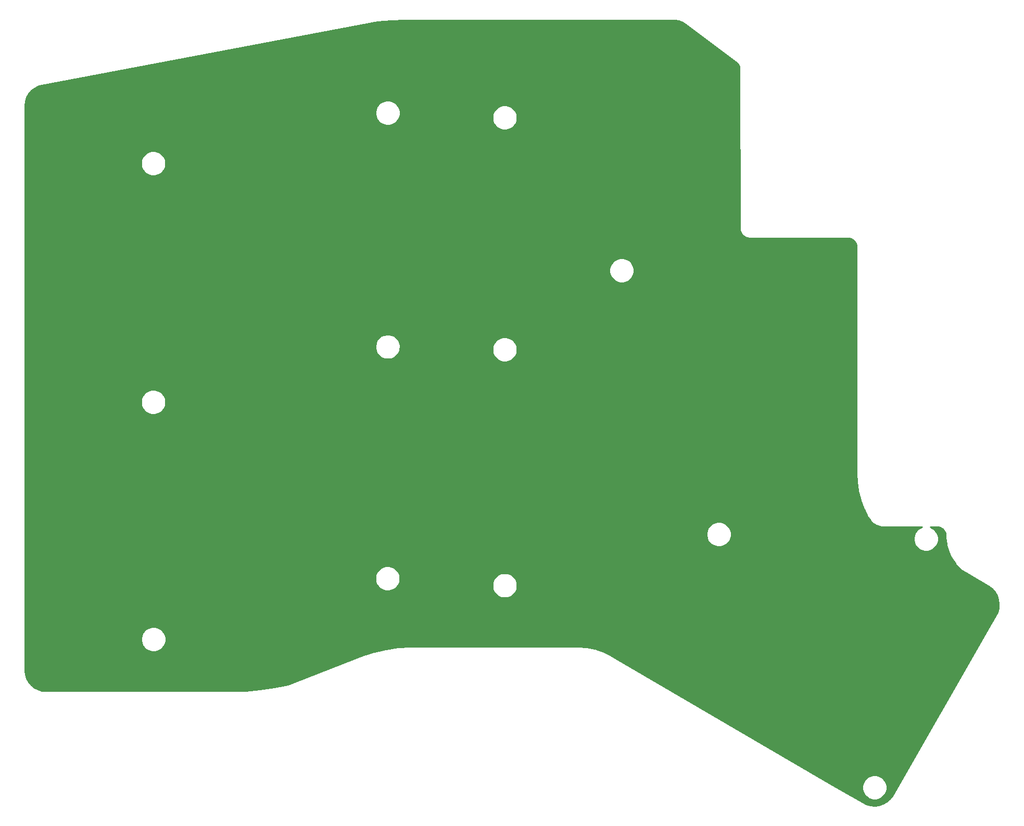
<source format=gbl>
G04 #@! TF.GenerationSoftware,KiCad,Pcbnew,(5.1.5)-3*
G04 #@! TF.CreationDate,2021-01-08T22:30:43-06:00*
G04 #@! TF.ProjectId,Bottom Plate,426f7474-6f6d-4205-906c-6174652e6b69,rev?*
G04 #@! TF.SameCoordinates,Original*
G04 #@! TF.FileFunction,Copper,L2,Bot*
G04 #@! TF.FilePolarity,Positive*
%FSLAX46Y46*%
G04 Gerber Fmt 4.6, Leading zero omitted, Abs format (unit mm)*
G04 Created by KiCad (PCBNEW (5.1.5)-3) date 2021-01-08 22:30:43*
%MOMM*%
%LPD*%
G04 APERTURE LIST*
%ADD10C,0.254000*%
G04 APERTURE END LIST*
D10*
G36*
X134891393Y-48162738D02*
G01*
X135499536Y-48285097D01*
X136076863Y-48525134D01*
X136561213Y-48840925D01*
X144678890Y-54936114D01*
X144688076Y-54941694D01*
X144912967Y-55099390D01*
X145073175Y-55266677D01*
X145197840Y-55461901D01*
X145282211Y-55677618D01*
X145326472Y-55924559D01*
X145330011Y-56013407D01*
X145350027Y-82042925D01*
X145359651Y-82139882D01*
X145360397Y-82142334D01*
X145371955Y-82250292D01*
X145383343Y-82305228D01*
X145393343Y-82360451D01*
X145395924Y-82369297D01*
X145451342Y-82554434D01*
X145474008Y-82609797D01*
X145495896Y-82665465D01*
X145500146Y-82673641D01*
X145590469Y-82844489D01*
X145623435Y-82894362D01*
X145655741Y-82944752D01*
X145661499Y-82951947D01*
X145783287Y-83101996D01*
X145825334Y-83144538D01*
X145866787Y-83187668D01*
X145873832Y-83193608D01*
X146022444Y-83317144D01*
X146071973Y-83350722D01*
X146120996Y-83384967D01*
X146129061Y-83389426D01*
X146298838Y-83481743D01*
X146353926Y-83505054D01*
X146408689Y-83529134D01*
X146417466Y-83531941D01*
X146601942Y-83589524D01*
X146660485Y-83601685D01*
X146718902Y-83614674D01*
X146728058Y-83615722D01*
X146858322Y-83629725D01*
X146860967Y-83630529D01*
X146957925Y-83640138D01*
X162977515Y-83649881D01*
X163269677Y-83678527D01*
X163519466Y-83753943D01*
X163749848Y-83876440D01*
X163952049Y-84041351D01*
X164118371Y-84242399D01*
X164242468Y-84471912D01*
X164319628Y-84721176D01*
X164350000Y-85010147D01*
X164339992Y-122042240D01*
X164341567Y-122058276D01*
X164396625Y-123192388D01*
X164399755Y-123222787D01*
X164402406Y-123253186D01*
X164402734Y-123255467D01*
X164616675Y-124725011D01*
X164623488Y-124758849D01*
X164630192Y-124792760D01*
X164630764Y-124794992D01*
X165002164Y-126232835D01*
X165012640Y-126265896D01*
X165022918Y-126298726D01*
X165023724Y-126300872D01*
X165023728Y-126300885D01*
X165023733Y-126300897D01*
X165548241Y-127690206D01*
X165562218Y-127721923D01*
X165575991Y-127753472D01*
X165577021Y-127755513D01*
X165577028Y-127755529D01*
X165577036Y-127755543D01*
X166248521Y-129080078D01*
X166268852Y-129115317D01*
X166273432Y-129124820D01*
X166278279Y-129132658D01*
X166452895Y-129410697D01*
X166483976Y-129450868D01*
X166513366Y-129492292D01*
X166519455Y-129499209D01*
X166823396Y-129839684D01*
X166867417Y-129880227D01*
X166910828Y-129921343D01*
X166918144Y-129926946D01*
X167282429Y-130201901D01*
X167333461Y-130233106D01*
X167384057Y-130265023D01*
X167392323Y-130269098D01*
X167803077Y-130468060D01*
X167859212Y-130488763D01*
X167915029Y-130510240D01*
X167923928Y-130512632D01*
X168365504Y-130628022D01*
X168424541Y-130637419D01*
X168483517Y-130647654D01*
X168492712Y-130648272D01*
X168936419Y-130674980D01*
X168956768Y-130676946D01*
X174984902Y-130665626D01*
X174699855Y-130783696D01*
X174367863Y-131005526D01*
X174085526Y-131287863D01*
X173863696Y-131619855D01*
X173710896Y-131988746D01*
X173633000Y-132380358D01*
X173633000Y-132779642D01*
X173710896Y-133171254D01*
X173863696Y-133540145D01*
X174085526Y-133872137D01*
X174367863Y-134154474D01*
X174699855Y-134376304D01*
X175068746Y-134529104D01*
X175460358Y-134607000D01*
X175859642Y-134607000D01*
X176251254Y-134529104D01*
X176620145Y-134376304D01*
X176952137Y-134154474D01*
X177234474Y-133872137D01*
X177456304Y-133540145D01*
X177609104Y-133171254D01*
X177687000Y-132779642D01*
X177687000Y-132380358D01*
X177609104Y-131988746D01*
X177456304Y-131619855D01*
X177234474Y-131287863D01*
X176952137Y-131005526D01*
X176620145Y-130783696D01*
X176329005Y-130663101D01*
X177403595Y-130661083D01*
X177708407Y-130680967D01*
X177962391Y-130748702D01*
X178198385Y-130864478D01*
X178407393Y-131023886D01*
X178581458Y-131220856D01*
X178713951Y-131447886D01*
X178799822Y-131696322D01*
X178839460Y-131983166D01*
X178840163Y-132014700D01*
X178840225Y-132015212D01*
X178840198Y-132016172D01*
X178848543Y-132356634D01*
X178849057Y-132361732D01*
X178853489Y-132422701D01*
X178984859Y-133468785D01*
X178987966Y-133484044D01*
X178989460Y-133499541D01*
X179004833Y-133566893D01*
X179292923Y-134581068D01*
X179298304Y-134595686D01*
X179302124Y-134610774D01*
X179327507Y-134675025D01*
X179765687Y-135633955D01*
X179773218Y-135647593D01*
X179779276Y-135661928D01*
X179814086Y-135721601D01*
X180392273Y-136603217D01*
X180401779Y-136615557D01*
X180409936Y-136628812D01*
X180453356Y-136682512D01*
X180453372Y-136682533D01*
X180453378Y-136682539D01*
X181116874Y-137420517D01*
X181118476Y-137423158D01*
X181206293Y-137519025D01*
X181284858Y-137576651D01*
X181312661Y-137593116D01*
X181312675Y-137593126D01*
X181312690Y-137593134D01*
X185875466Y-140295252D01*
X186426837Y-140731249D01*
X186869845Y-141250591D01*
X187203543Y-141846091D01*
X187415219Y-142495067D01*
X187496811Y-143172793D01*
X187445210Y-143853468D01*
X187262382Y-144511154D01*
X186944373Y-145142478D01*
X186943370Y-145143888D01*
X170201745Y-174379268D01*
X169768752Y-174926838D01*
X169249410Y-175369846D01*
X168653913Y-175703542D01*
X168004935Y-175915220D01*
X167327208Y-175996812D01*
X166646533Y-175945211D01*
X165988847Y-175762383D01*
X165356227Y-175443721D01*
X160912821Y-172850358D01*
X165263000Y-172850358D01*
X165263000Y-173249642D01*
X165340896Y-173641254D01*
X165493696Y-174010145D01*
X165715526Y-174342137D01*
X165997863Y-174624474D01*
X166329855Y-174846304D01*
X166698746Y-174999104D01*
X167090358Y-175077000D01*
X167489642Y-175077000D01*
X167881254Y-174999104D01*
X168250145Y-174846304D01*
X168582137Y-174624474D01*
X168864474Y-174342137D01*
X169086304Y-174010145D01*
X169239104Y-173641254D01*
X169317000Y-173249642D01*
X169317000Y-172850358D01*
X169239104Y-172458746D01*
X169086304Y-172089855D01*
X168864474Y-171757863D01*
X168582137Y-171475526D01*
X168250145Y-171253696D01*
X167881254Y-171100896D01*
X167489642Y-171023000D01*
X167090358Y-171023000D01*
X166698746Y-171100896D01*
X166329855Y-171253696D01*
X165997863Y-171475526D01*
X165715526Y-171757863D01*
X165493696Y-172089855D01*
X165340896Y-172458746D01*
X165263000Y-172850358D01*
X160912821Y-172850358D01*
X124987742Y-151882936D01*
X124325243Y-151480540D01*
X124295741Y-151465068D01*
X124266657Y-151448886D01*
X123104970Y-150895017D01*
X123104964Y-150895014D01*
X123028056Y-150864112D01*
X121806104Y-150460207D01*
X121725930Y-150439187D01*
X120463005Y-150191622D01*
X120462990Y-150191618D01*
X120380814Y-150180813D01*
X119106753Y-150094161D01*
X119084487Y-150091966D01*
X92467630Y-150089998D01*
X92462921Y-150090461D01*
X91800824Y-150099899D01*
X91786362Y-150100686D01*
X91771855Y-150100948D01*
X91764958Y-150101387D01*
X89827155Y-150234626D01*
X89804268Y-150237125D01*
X89781334Y-150239388D01*
X89774494Y-150240377D01*
X87853619Y-150528595D01*
X87831003Y-150532923D01*
X87808327Y-150537017D01*
X87801588Y-150538552D01*
X85910014Y-150979895D01*
X85887864Y-150986010D01*
X85865544Y-150991921D01*
X85858951Y-150993992D01*
X84021090Y-151581706D01*
X84002257Y-151586929D01*
X71908613Y-156259728D01*
X69660710Y-156747519D01*
X67356388Y-157093682D01*
X65032535Y-157290589D01*
X63141374Y-157340000D01*
X32532279Y-157340000D01*
X31851874Y-157273286D01*
X31228430Y-157085057D01*
X30653427Y-156779323D01*
X30148752Y-156367721D01*
X29733638Y-155865933D01*
X29423896Y-155293077D01*
X29231318Y-154670961D01*
X29160000Y-153992416D01*
X29159983Y-148730358D01*
X47983000Y-148730358D01*
X47983000Y-149129642D01*
X48060896Y-149521254D01*
X48213696Y-149890145D01*
X48435526Y-150222137D01*
X48717863Y-150504474D01*
X49049855Y-150726304D01*
X49418746Y-150879104D01*
X49810358Y-150957000D01*
X50209642Y-150957000D01*
X50601254Y-150879104D01*
X50970145Y-150726304D01*
X51302137Y-150504474D01*
X51584474Y-150222137D01*
X51806304Y-149890145D01*
X51959104Y-149521254D01*
X52037000Y-149129642D01*
X52037000Y-148730358D01*
X51959104Y-148338746D01*
X51806304Y-147969855D01*
X51584474Y-147637863D01*
X51302137Y-147355526D01*
X50970145Y-147133696D01*
X50601254Y-146980896D01*
X50209642Y-146903000D01*
X49810358Y-146903000D01*
X49418746Y-146980896D01*
X49049855Y-147133696D01*
X48717863Y-147355526D01*
X48435526Y-147637863D01*
X48213696Y-147969855D01*
X48060896Y-148338746D01*
X47983000Y-148730358D01*
X29159983Y-148730358D01*
X29159950Y-138840358D01*
X86073000Y-138840358D01*
X86073000Y-139239642D01*
X86150896Y-139631254D01*
X86303696Y-140000145D01*
X86525526Y-140332137D01*
X86807863Y-140614474D01*
X87139855Y-140836304D01*
X87508746Y-140989104D01*
X87900358Y-141067000D01*
X88299642Y-141067000D01*
X88691254Y-140989104D01*
X89060145Y-140836304D01*
X89392137Y-140614474D01*
X89674474Y-140332137D01*
X89896304Y-140000145D01*
X89908642Y-139970358D01*
X105123000Y-139970358D01*
X105123000Y-140369642D01*
X105200896Y-140761254D01*
X105353696Y-141130145D01*
X105575526Y-141462137D01*
X105857863Y-141744474D01*
X106189855Y-141966304D01*
X106558746Y-142119104D01*
X106950358Y-142197000D01*
X107349642Y-142197000D01*
X107741254Y-142119104D01*
X108110145Y-141966304D01*
X108442137Y-141744474D01*
X108724474Y-141462137D01*
X108946304Y-141130145D01*
X109099104Y-140761254D01*
X109177000Y-140369642D01*
X109177000Y-139970358D01*
X109099104Y-139578746D01*
X108946304Y-139209855D01*
X108724474Y-138877863D01*
X108442137Y-138595526D01*
X108110145Y-138373696D01*
X107741254Y-138220896D01*
X107349642Y-138143000D01*
X106950358Y-138143000D01*
X106558746Y-138220896D01*
X106189855Y-138373696D01*
X105857863Y-138595526D01*
X105575526Y-138877863D01*
X105353696Y-139209855D01*
X105200896Y-139578746D01*
X105123000Y-139970358D01*
X89908642Y-139970358D01*
X90049104Y-139631254D01*
X90127000Y-139239642D01*
X90127000Y-138840358D01*
X90049104Y-138448746D01*
X89896304Y-138079855D01*
X89674474Y-137747863D01*
X89392137Y-137465526D01*
X89060145Y-137243696D01*
X88691254Y-137090896D01*
X88299642Y-137013000D01*
X87900358Y-137013000D01*
X87508746Y-137090896D01*
X87139855Y-137243696D01*
X86807863Y-137465526D01*
X86525526Y-137747863D01*
X86303696Y-138079855D01*
X86150896Y-138448746D01*
X86073000Y-138840358D01*
X29159950Y-138840358D01*
X29159926Y-131650358D01*
X139933000Y-131650358D01*
X139933000Y-132049642D01*
X140010896Y-132441254D01*
X140163696Y-132810145D01*
X140385526Y-133142137D01*
X140667863Y-133424474D01*
X140999855Y-133646304D01*
X141368746Y-133799104D01*
X141760358Y-133877000D01*
X142159642Y-133877000D01*
X142551254Y-133799104D01*
X142920145Y-133646304D01*
X143252137Y-133424474D01*
X143534474Y-133142137D01*
X143756304Y-132810145D01*
X143909104Y-132441254D01*
X143987000Y-132049642D01*
X143987000Y-131650358D01*
X143909104Y-131258746D01*
X143756304Y-130889855D01*
X143534474Y-130557863D01*
X143252137Y-130275526D01*
X142920145Y-130053696D01*
X142551254Y-129900896D01*
X142159642Y-129823000D01*
X141760358Y-129823000D01*
X141368746Y-129900896D01*
X140999855Y-130053696D01*
X140667863Y-130275526D01*
X140385526Y-130557863D01*
X140163696Y-130889855D01*
X140010896Y-131258746D01*
X139933000Y-131650358D01*
X29159926Y-131650358D01*
X29159852Y-110130358D01*
X47973000Y-110130358D01*
X47973000Y-110529642D01*
X48050896Y-110921254D01*
X48203696Y-111290145D01*
X48425526Y-111622137D01*
X48707863Y-111904474D01*
X49039855Y-112126304D01*
X49408746Y-112279104D01*
X49800358Y-112357000D01*
X50199642Y-112357000D01*
X50591254Y-112279104D01*
X50960145Y-112126304D01*
X51292137Y-111904474D01*
X51574474Y-111622137D01*
X51796304Y-111290145D01*
X51949104Y-110921254D01*
X52027000Y-110529642D01*
X52027000Y-110130358D01*
X51949104Y-109738746D01*
X51796304Y-109369855D01*
X51574474Y-109037863D01*
X51292137Y-108755526D01*
X50960145Y-108533696D01*
X50591254Y-108380896D01*
X50199642Y-108303000D01*
X49800358Y-108303000D01*
X49408746Y-108380896D01*
X49039855Y-108533696D01*
X48707863Y-108755526D01*
X48425526Y-109037863D01*
X48203696Y-109369855D01*
X48050896Y-109738746D01*
X47973000Y-110130358D01*
X29159852Y-110130358D01*
X29159822Y-101110358D01*
X86083000Y-101110358D01*
X86083000Y-101509642D01*
X86160896Y-101901254D01*
X86313696Y-102270145D01*
X86535526Y-102602137D01*
X86817863Y-102884474D01*
X87149855Y-103106304D01*
X87518746Y-103259104D01*
X87910358Y-103337000D01*
X88309642Y-103337000D01*
X88701254Y-103259104D01*
X89070145Y-103106304D01*
X89402137Y-102884474D01*
X89684474Y-102602137D01*
X89906304Y-102270145D01*
X90059104Y-101901254D01*
X90126912Y-101560358D01*
X105123000Y-101560358D01*
X105123000Y-101959642D01*
X105200896Y-102351254D01*
X105353696Y-102720145D01*
X105575526Y-103052137D01*
X105857863Y-103334474D01*
X106189855Y-103556304D01*
X106558746Y-103709104D01*
X106950358Y-103787000D01*
X107349642Y-103787000D01*
X107741254Y-103709104D01*
X108110145Y-103556304D01*
X108442137Y-103334474D01*
X108724474Y-103052137D01*
X108946304Y-102720145D01*
X109099104Y-102351254D01*
X109177000Y-101959642D01*
X109177000Y-101560358D01*
X109099104Y-101168746D01*
X108946304Y-100799855D01*
X108724474Y-100467863D01*
X108442137Y-100185526D01*
X108110145Y-99963696D01*
X107741254Y-99810896D01*
X107349642Y-99733000D01*
X106950358Y-99733000D01*
X106558746Y-99810896D01*
X106189855Y-99963696D01*
X105857863Y-100185526D01*
X105575526Y-100467863D01*
X105353696Y-100799855D01*
X105200896Y-101168746D01*
X105123000Y-101560358D01*
X90126912Y-101560358D01*
X90137000Y-101509642D01*
X90137000Y-101110358D01*
X90059104Y-100718746D01*
X89906304Y-100349855D01*
X89684474Y-100017863D01*
X89402137Y-99735526D01*
X89070145Y-99513696D01*
X88701254Y-99360896D01*
X88309642Y-99283000D01*
X87910358Y-99283000D01*
X87518746Y-99360896D01*
X87149855Y-99513696D01*
X86817863Y-99735526D01*
X86535526Y-100017863D01*
X86313696Y-100349855D01*
X86160896Y-100718746D01*
X86083000Y-101110358D01*
X29159822Y-101110358D01*
X29159780Y-88690358D01*
X124153000Y-88690358D01*
X124153000Y-89089642D01*
X124230896Y-89481254D01*
X124383696Y-89850145D01*
X124605526Y-90182137D01*
X124887863Y-90464474D01*
X125219855Y-90686304D01*
X125588746Y-90839104D01*
X125980358Y-90917000D01*
X126379642Y-90917000D01*
X126771254Y-90839104D01*
X127140145Y-90686304D01*
X127472137Y-90464474D01*
X127754474Y-90182137D01*
X127976304Y-89850145D01*
X128129104Y-89481254D01*
X128207000Y-89089642D01*
X128207000Y-88690358D01*
X128129104Y-88298746D01*
X127976304Y-87929855D01*
X127754474Y-87597863D01*
X127472137Y-87315526D01*
X127140145Y-87093696D01*
X126771254Y-86940896D01*
X126379642Y-86863000D01*
X125980358Y-86863000D01*
X125588746Y-86940896D01*
X125219855Y-87093696D01*
X124887863Y-87315526D01*
X124605526Y-87597863D01*
X124383696Y-87929855D01*
X124230896Y-88298746D01*
X124153000Y-88690358D01*
X29159780Y-88690358D01*
X29159720Y-71270358D01*
X47973000Y-71270358D01*
X47973000Y-71669642D01*
X48050896Y-72061254D01*
X48203696Y-72430145D01*
X48425526Y-72762137D01*
X48707863Y-73044474D01*
X49039855Y-73266304D01*
X49408746Y-73419104D01*
X49800358Y-73497000D01*
X50199642Y-73497000D01*
X50591254Y-73419104D01*
X50960145Y-73266304D01*
X51292137Y-73044474D01*
X51574474Y-72762137D01*
X51796304Y-72430145D01*
X51949104Y-72061254D01*
X52027000Y-71669642D01*
X52027000Y-71270358D01*
X51949104Y-70878746D01*
X51796304Y-70509855D01*
X51574474Y-70177863D01*
X51292137Y-69895526D01*
X50960145Y-69673696D01*
X50591254Y-69520896D01*
X50199642Y-69443000D01*
X49800358Y-69443000D01*
X49408746Y-69520896D01*
X49039855Y-69673696D01*
X48707863Y-69895526D01*
X48425526Y-70177863D01*
X48203696Y-70509855D01*
X48050896Y-70878746D01*
X47973000Y-71270358D01*
X29159720Y-71270358D01*
X29159692Y-63050358D01*
X86083000Y-63050358D01*
X86083000Y-63449642D01*
X86160896Y-63841254D01*
X86313696Y-64210145D01*
X86535526Y-64542137D01*
X86817863Y-64824474D01*
X87149855Y-65046304D01*
X87518746Y-65199104D01*
X87910358Y-65277000D01*
X88309642Y-65277000D01*
X88701254Y-65199104D01*
X89070145Y-65046304D01*
X89402137Y-64824474D01*
X89684474Y-64542137D01*
X89906304Y-64210145D01*
X90059104Y-63841254D01*
X90061271Y-63830358D01*
X105123000Y-63830358D01*
X105123000Y-64229642D01*
X105200896Y-64621254D01*
X105353696Y-64990145D01*
X105575526Y-65322137D01*
X105857863Y-65604474D01*
X106189855Y-65826304D01*
X106558746Y-65979104D01*
X106950358Y-66057000D01*
X107349642Y-66057000D01*
X107741254Y-65979104D01*
X108110145Y-65826304D01*
X108442137Y-65604474D01*
X108724474Y-65322137D01*
X108946304Y-64990145D01*
X109099104Y-64621254D01*
X109177000Y-64229642D01*
X109177000Y-63830358D01*
X109099104Y-63438746D01*
X108946304Y-63069855D01*
X108724474Y-62737863D01*
X108442137Y-62455526D01*
X108110145Y-62233696D01*
X107741254Y-62080896D01*
X107349642Y-62003000D01*
X106950358Y-62003000D01*
X106558746Y-62080896D01*
X106189855Y-62233696D01*
X105857863Y-62455526D01*
X105575526Y-62737863D01*
X105353696Y-63069855D01*
X105200896Y-63438746D01*
X105123000Y-63830358D01*
X90061271Y-63830358D01*
X90137000Y-63449642D01*
X90137000Y-63050358D01*
X90059104Y-62658746D01*
X89906304Y-62289855D01*
X89684474Y-61957863D01*
X89402137Y-61675526D01*
X89070145Y-61453696D01*
X88701254Y-61300896D01*
X88309642Y-61223000D01*
X87910358Y-61223000D01*
X87518746Y-61300896D01*
X87149855Y-61453696D01*
X86817863Y-61675526D01*
X86535526Y-61957863D01*
X86313696Y-62289855D01*
X86160896Y-62658746D01*
X86083000Y-63050358D01*
X29159692Y-63050358D01*
X29159688Y-62032285D01*
X29226409Y-61351814D01*
X29414656Y-60728310D01*
X29720419Y-60153254D01*
X30132060Y-59648532D01*
X30633894Y-59233379D01*
X31223661Y-58914493D01*
X31428044Y-58838060D01*
X86426796Y-48468791D01*
X88636587Y-48237308D01*
X90861472Y-48160000D01*
X134891393Y-48162738D01*
G37*
X134891393Y-48162738D02*
X135499536Y-48285097D01*
X136076863Y-48525134D01*
X136561213Y-48840925D01*
X144678890Y-54936114D01*
X144688076Y-54941694D01*
X144912967Y-55099390D01*
X145073175Y-55266677D01*
X145197840Y-55461901D01*
X145282211Y-55677618D01*
X145326472Y-55924559D01*
X145330011Y-56013407D01*
X145350027Y-82042925D01*
X145359651Y-82139882D01*
X145360397Y-82142334D01*
X145371955Y-82250292D01*
X145383343Y-82305228D01*
X145393343Y-82360451D01*
X145395924Y-82369297D01*
X145451342Y-82554434D01*
X145474008Y-82609797D01*
X145495896Y-82665465D01*
X145500146Y-82673641D01*
X145590469Y-82844489D01*
X145623435Y-82894362D01*
X145655741Y-82944752D01*
X145661499Y-82951947D01*
X145783287Y-83101996D01*
X145825334Y-83144538D01*
X145866787Y-83187668D01*
X145873832Y-83193608D01*
X146022444Y-83317144D01*
X146071973Y-83350722D01*
X146120996Y-83384967D01*
X146129061Y-83389426D01*
X146298838Y-83481743D01*
X146353926Y-83505054D01*
X146408689Y-83529134D01*
X146417466Y-83531941D01*
X146601942Y-83589524D01*
X146660485Y-83601685D01*
X146718902Y-83614674D01*
X146728058Y-83615722D01*
X146858322Y-83629725D01*
X146860967Y-83630529D01*
X146957925Y-83640138D01*
X162977515Y-83649881D01*
X163269677Y-83678527D01*
X163519466Y-83753943D01*
X163749848Y-83876440D01*
X163952049Y-84041351D01*
X164118371Y-84242399D01*
X164242468Y-84471912D01*
X164319628Y-84721176D01*
X164350000Y-85010147D01*
X164339992Y-122042240D01*
X164341567Y-122058276D01*
X164396625Y-123192388D01*
X164399755Y-123222787D01*
X164402406Y-123253186D01*
X164402734Y-123255467D01*
X164616675Y-124725011D01*
X164623488Y-124758849D01*
X164630192Y-124792760D01*
X164630764Y-124794992D01*
X165002164Y-126232835D01*
X165012640Y-126265896D01*
X165022918Y-126298726D01*
X165023724Y-126300872D01*
X165023728Y-126300885D01*
X165023733Y-126300897D01*
X165548241Y-127690206D01*
X165562218Y-127721923D01*
X165575991Y-127753472D01*
X165577021Y-127755513D01*
X165577028Y-127755529D01*
X165577036Y-127755543D01*
X166248521Y-129080078D01*
X166268852Y-129115317D01*
X166273432Y-129124820D01*
X166278279Y-129132658D01*
X166452895Y-129410697D01*
X166483976Y-129450868D01*
X166513366Y-129492292D01*
X166519455Y-129499209D01*
X166823396Y-129839684D01*
X166867417Y-129880227D01*
X166910828Y-129921343D01*
X166918144Y-129926946D01*
X167282429Y-130201901D01*
X167333461Y-130233106D01*
X167384057Y-130265023D01*
X167392323Y-130269098D01*
X167803077Y-130468060D01*
X167859212Y-130488763D01*
X167915029Y-130510240D01*
X167923928Y-130512632D01*
X168365504Y-130628022D01*
X168424541Y-130637419D01*
X168483517Y-130647654D01*
X168492712Y-130648272D01*
X168936419Y-130674980D01*
X168956768Y-130676946D01*
X174984902Y-130665626D01*
X174699855Y-130783696D01*
X174367863Y-131005526D01*
X174085526Y-131287863D01*
X173863696Y-131619855D01*
X173710896Y-131988746D01*
X173633000Y-132380358D01*
X173633000Y-132779642D01*
X173710896Y-133171254D01*
X173863696Y-133540145D01*
X174085526Y-133872137D01*
X174367863Y-134154474D01*
X174699855Y-134376304D01*
X175068746Y-134529104D01*
X175460358Y-134607000D01*
X175859642Y-134607000D01*
X176251254Y-134529104D01*
X176620145Y-134376304D01*
X176952137Y-134154474D01*
X177234474Y-133872137D01*
X177456304Y-133540145D01*
X177609104Y-133171254D01*
X177687000Y-132779642D01*
X177687000Y-132380358D01*
X177609104Y-131988746D01*
X177456304Y-131619855D01*
X177234474Y-131287863D01*
X176952137Y-131005526D01*
X176620145Y-130783696D01*
X176329005Y-130663101D01*
X177403595Y-130661083D01*
X177708407Y-130680967D01*
X177962391Y-130748702D01*
X178198385Y-130864478D01*
X178407393Y-131023886D01*
X178581458Y-131220856D01*
X178713951Y-131447886D01*
X178799822Y-131696322D01*
X178839460Y-131983166D01*
X178840163Y-132014700D01*
X178840225Y-132015212D01*
X178840198Y-132016172D01*
X178848543Y-132356634D01*
X178849057Y-132361732D01*
X178853489Y-132422701D01*
X178984859Y-133468785D01*
X178987966Y-133484044D01*
X178989460Y-133499541D01*
X179004833Y-133566893D01*
X179292923Y-134581068D01*
X179298304Y-134595686D01*
X179302124Y-134610774D01*
X179327507Y-134675025D01*
X179765687Y-135633955D01*
X179773218Y-135647593D01*
X179779276Y-135661928D01*
X179814086Y-135721601D01*
X180392273Y-136603217D01*
X180401779Y-136615557D01*
X180409936Y-136628812D01*
X180453356Y-136682512D01*
X180453372Y-136682533D01*
X180453378Y-136682539D01*
X181116874Y-137420517D01*
X181118476Y-137423158D01*
X181206293Y-137519025D01*
X181284858Y-137576651D01*
X181312661Y-137593116D01*
X181312675Y-137593126D01*
X181312690Y-137593134D01*
X185875466Y-140295252D01*
X186426837Y-140731249D01*
X186869845Y-141250591D01*
X187203543Y-141846091D01*
X187415219Y-142495067D01*
X187496811Y-143172793D01*
X187445210Y-143853468D01*
X187262382Y-144511154D01*
X186944373Y-145142478D01*
X186943370Y-145143888D01*
X170201745Y-174379268D01*
X169768752Y-174926838D01*
X169249410Y-175369846D01*
X168653913Y-175703542D01*
X168004935Y-175915220D01*
X167327208Y-175996812D01*
X166646533Y-175945211D01*
X165988847Y-175762383D01*
X165356227Y-175443721D01*
X160912821Y-172850358D01*
X165263000Y-172850358D01*
X165263000Y-173249642D01*
X165340896Y-173641254D01*
X165493696Y-174010145D01*
X165715526Y-174342137D01*
X165997863Y-174624474D01*
X166329855Y-174846304D01*
X166698746Y-174999104D01*
X167090358Y-175077000D01*
X167489642Y-175077000D01*
X167881254Y-174999104D01*
X168250145Y-174846304D01*
X168582137Y-174624474D01*
X168864474Y-174342137D01*
X169086304Y-174010145D01*
X169239104Y-173641254D01*
X169317000Y-173249642D01*
X169317000Y-172850358D01*
X169239104Y-172458746D01*
X169086304Y-172089855D01*
X168864474Y-171757863D01*
X168582137Y-171475526D01*
X168250145Y-171253696D01*
X167881254Y-171100896D01*
X167489642Y-171023000D01*
X167090358Y-171023000D01*
X166698746Y-171100896D01*
X166329855Y-171253696D01*
X165997863Y-171475526D01*
X165715526Y-171757863D01*
X165493696Y-172089855D01*
X165340896Y-172458746D01*
X165263000Y-172850358D01*
X160912821Y-172850358D01*
X124987742Y-151882936D01*
X124325243Y-151480540D01*
X124295741Y-151465068D01*
X124266657Y-151448886D01*
X123104970Y-150895017D01*
X123104964Y-150895014D01*
X123028056Y-150864112D01*
X121806104Y-150460207D01*
X121725930Y-150439187D01*
X120463005Y-150191622D01*
X120462990Y-150191618D01*
X120380814Y-150180813D01*
X119106753Y-150094161D01*
X119084487Y-150091966D01*
X92467630Y-150089998D01*
X92462921Y-150090461D01*
X91800824Y-150099899D01*
X91786362Y-150100686D01*
X91771855Y-150100948D01*
X91764958Y-150101387D01*
X89827155Y-150234626D01*
X89804268Y-150237125D01*
X89781334Y-150239388D01*
X89774494Y-150240377D01*
X87853619Y-150528595D01*
X87831003Y-150532923D01*
X87808327Y-150537017D01*
X87801588Y-150538552D01*
X85910014Y-150979895D01*
X85887864Y-150986010D01*
X85865544Y-150991921D01*
X85858951Y-150993992D01*
X84021090Y-151581706D01*
X84002257Y-151586929D01*
X71908613Y-156259728D01*
X69660710Y-156747519D01*
X67356388Y-157093682D01*
X65032535Y-157290589D01*
X63141374Y-157340000D01*
X32532279Y-157340000D01*
X31851874Y-157273286D01*
X31228430Y-157085057D01*
X30653427Y-156779323D01*
X30148752Y-156367721D01*
X29733638Y-155865933D01*
X29423896Y-155293077D01*
X29231318Y-154670961D01*
X29160000Y-153992416D01*
X29159983Y-148730358D01*
X47983000Y-148730358D01*
X47983000Y-149129642D01*
X48060896Y-149521254D01*
X48213696Y-149890145D01*
X48435526Y-150222137D01*
X48717863Y-150504474D01*
X49049855Y-150726304D01*
X49418746Y-150879104D01*
X49810358Y-150957000D01*
X50209642Y-150957000D01*
X50601254Y-150879104D01*
X50970145Y-150726304D01*
X51302137Y-150504474D01*
X51584474Y-150222137D01*
X51806304Y-149890145D01*
X51959104Y-149521254D01*
X52037000Y-149129642D01*
X52037000Y-148730358D01*
X51959104Y-148338746D01*
X51806304Y-147969855D01*
X51584474Y-147637863D01*
X51302137Y-147355526D01*
X50970145Y-147133696D01*
X50601254Y-146980896D01*
X50209642Y-146903000D01*
X49810358Y-146903000D01*
X49418746Y-146980896D01*
X49049855Y-147133696D01*
X48717863Y-147355526D01*
X48435526Y-147637863D01*
X48213696Y-147969855D01*
X48060896Y-148338746D01*
X47983000Y-148730358D01*
X29159983Y-148730358D01*
X29159950Y-138840358D01*
X86073000Y-138840358D01*
X86073000Y-139239642D01*
X86150896Y-139631254D01*
X86303696Y-140000145D01*
X86525526Y-140332137D01*
X86807863Y-140614474D01*
X87139855Y-140836304D01*
X87508746Y-140989104D01*
X87900358Y-141067000D01*
X88299642Y-141067000D01*
X88691254Y-140989104D01*
X89060145Y-140836304D01*
X89392137Y-140614474D01*
X89674474Y-140332137D01*
X89896304Y-140000145D01*
X89908642Y-139970358D01*
X105123000Y-139970358D01*
X105123000Y-140369642D01*
X105200896Y-140761254D01*
X105353696Y-141130145D01*
X105575526Y-141462137D01*
X105857863Y-141744474D01*
X106189855Y-141966304D01*
X106558746Y-142119104D01*
X106950358Y-142197000D01*
X107349642Y-142197000D01*
X107741254Y-142119104D01*
X108110145Y-141966304D01*
X108442137Y-141744474D01*
X108724474Y-141462137D01*
X108946304Y-141130145D01*
X109099104Y-140761254D01*
X109177000Y-140369642D01*
X109177000Y-139970358D01*
X109099104Y-139578746D01*
X108946304Y-139209855D01*
X108724474Y-138877863D01*
X108442137Y-138595526D01*
X108110145Y-138373696D01*
X107741254Y-138220896D01*
X107349642Y-138143000D01*
X106950358Y-138143000D01*
X106558746Y-138220896D01*
X106189855Y-138373696D01*
X105857863Y-138595526D01*
X105575526Y-138877863D01*
X105353696Y-139209855D01*
X105200896Y-139578746D01*
X105123000Y-139970358D01*
X89908642Y-139970358D01*
X90049104Y-139631254D01*
X90127000Y-139239642D01*
X90127000Y-138840358D01*
X90049104Y-138448746D01*
X89896304Y-138079855D01*
X89674474Y-137747863D01*
X89392137Y-137465526D01*
X89060145Y-137243696D01*
X88691254Y-137090896D01*
X88299642Y-137013000D01*
X87900358Y-137013000D01*
X87508746Y-137090896D01*
X87139855Y-137243696D01*
X86807863Y-137465526D01*
X86525526Y-137747863D01*
X86303696Y-138079855D01*
X86150896Y-138448746D01*
X86073000Y-138840358D01*
X29159950Y-138840358D01*
X29159926Y-131650358D01*
X139933000Y-131650358D01*
X139933000Y-132049642D01*
X140010896Y-132441254D01*
X140163696Y-132810145D01*
X140385526Y-133142137D01*
X140667863Y-133424474D01*
X140999855Y-133646304D01*
X141368746Y-133799104D01*
X141760358Y-133877000D01*
X142159642Y-133877000D01*
X142551254Y-133799104D01*
X142920145Y-133646304D01*
X143252137Y-133424474D01*
X143534474Y-133142137D01*
X143756304Y-132810145D01*
X143909104Y-132441254D01*
X143987000Y-132049642D01*
X143987000Y-131650358D01*
X143909104Y-131258746D01*
X143756304Y-130889855D01*
X143534474Y-130557863D01*
X143252137Y-130275526D01*
X142920145Y-130053696D01*
X142551254Y-129900896D01*
X142159642Y-129823000D01*
X141760358Y-129823000D01*
X141368746Y-129900896D01*
X140999855Y-130053696D01*
X140667863Y-130275526D01*
X140385526Y-130557863D01*
X140163696Y-130889855D01*
X140010896Y-131258746D01*
X139933000Y-131650358D01*
X29159926Y-131650358D01*
X29159852Y-110130358D01*
X47973000Y-110130358D01*
X47973000Y-110529642D01*
X48050896Y-110921254D01*
X48203696Y-111290145D01*
X48425526Y-111622137D01*
X48707863Y-111904474D01*
X49039855Y-112126304D01*
X49408746Y-112279104D01*
X49800358Y-112357000D01*
X50199642Y-112357000D01*
X50591254Y-112279104D01*
X50960145Y-112126304D01*
X51292137Y-111904474D01*
X51574474Y-111622137D01*
X51796304Y-111290145D01*
X51949104Y-110921254D01*
X52027000Y-110529642D01*
X52027000Y-110130358D01*
X51949104Y-109738746D01*
X51796304Y-109369855D01*
X51574474Y-109037863D01*
X51292137Y-108755526D01*
X50960145Y-108533696D01*
X50591254Y-108380896D01*
X50199642Y-108303000D01*
X49800358Y-108303000D01*
X49408746Y-108380896D01*
X49039855Y-108533696D01*
X48707863Y-108755526D01*
X48425526Y-109037863D01*
X48203696Y-109369855D01*
X48050896Y-109738746D01*
X47973000Y-110130358D01*
X29159852Y-110130358D01*
X29159822Y-101110358D01*
X86083000Y-101110358D01*
X86083000Y-101509642D01*
X86160896Y-101901254D01*
X86313696Y-102270145D01*
X86535526Y-102602137D01*
X86817863Y-102884474D01*
X87149855Y-103106304D01*
X87518746Y-103259104D01*
X87910358Y-103337000D01*
X88309642Y-103337000D01*
X88701254Y-103259104D01*
X89070145Y-103106304D01*
X89402137Y-102884474D01*
X89684474Y-102602137D01*
X89906304Y-102270145D01*
X90059104Y-101901254D01*
X90126912Y-101560358D01*
X105123000Y-101560358D01*
X105123000Y-101959642D01*
X105200896Y-102351254D01*
X105353696Y-102720145D01*
X105575526Y-103052137D01*
X105857863Y-103334474D01*
X106189855Y-103556304D01*
X106558746Y-103709104D01*
X106950358Y-103787000D01*
X107349642Y-103787000D01*
X107741254Y-103709104D01*
X108110145Y-103556304D01*
X108442137Y-103334474D01*
X108724474Y-103052137D01*
X108946304Y-102720145D01*
X109099104Y-102351254D01*
X109177000Y-101959642D01*
X109177000Y-101560358D01*
X109099104Y-101168746D01*
X108946304Y-100799855D01*
X108724474Y-100467863D01*
X108442137Y-100185526D01*
X108110145Y-99963696D01*
X107741254Y-99810896D01*
X107349642Y-99733000D01*
X106950358Y-99733000D01*
X106558746Y-99810896D01*
X106189855Y-99963696D01*
X105857863Y-100185526D01*
X105575526Y-100467863D01*
X105353696Y-100799855D01*
X105200896Y-101168746D01*
X105123000Y-101560358D01*
X90126912Y-101560358D01*
X90137000Y-101509642D01*
X90137000Y-101110358D01*
X90059104Y-100718746D01*
X89906304Y-100349855D01*
X89684474Y-100017863D01*
X89402137Y-99735526D01*
X89070145Y-99513696D01*
X88701254Y-99360896D01*
X88309642Y-99283000D01*
X87910358Y-99283000D01*
X87518746Y-99360896D01*
X87149855Y-99513696D01*
X86817863Y-99735526D01*
X86535526Y-100017863D01*
X86313696Y-100349855D01*
X86160896Y-100718746D01*
X86083000Y-101110358D01*
X29159822Y-101110358D01*
X29159780Y-88690358D01*
X124153000Y-88690358D01*
X124153000Y-89089642D01*
X124230896Y-89481254D01*
X124383696Y-89850145D01*
X124605526Y-90182137D01*
X124887863Y-90464474D01*
X125219855Y-90686304D01*
X125588746Y-90839104D01*
X125980358Y-90917000D01*
X126379642Y-90917000D01*
X126771254Y-90839104D01*
X127140145Y-90686304D01*
X127472137Y-90464474D01*
X127754474Y-90182137D01*
X127976304Y-89850145D01*
X128129104Y-89481254D01*
X128207000Y-89089642D01*
X128207000Y-88690358D01*
X128129104Y-88298746D01*
X127976304Y-87929855D01*
X127754474Y-87597863D01*
X127472137Y-87315526D01*
X127140145Y-87093696D01*
X126771254Y-86940896D01*
X126379642Y-86863000D01*
X125980358Y-86863000D01*
X125588746Y-86940896D01*
X125219855Y-87093696D01*
X124887863Y-87315526D01*
X124605526Y-87597863D01*
X124383696Y-87929855D01*
X124230896Y-88298746D01*
X124153000Y-88690358D01*
X29159780Y-88690358D01*
X29159720Y-71270358D01*
X47973000Y-71270358D01*
X47973000Y-71669642D01*
X48050896Y-72061254D01*
X48203696Y-72430145D01*
X48425526Y-72762137D01*
X48707863Y-73044474D01*
X49039855Y-73266304D01*
X49408746Y-73419104D01*
X49800358Y-73497000D01*
X50199642Y-73497000D01*
X50591254Y-73419104D01*
X50960145Y-73266304D01*
X51292137Y-73044474D01*
X51574474Y-72762137D01*
X51796304Y-72430145D01*
X51949104Y-72061254D01*
X52027000Y-71669642D01*
X52027000Y-71270358D01*
X51949104Y-70878746D01*
X51796304Y-70509855D01*
X51574474Y-70177863D01*
X51292137Y-69895526D01*
X50960145Y-69673696D01*
X50591254Y-69520896D01*
X50199642Y-69443000D01*
X49800358Y-69443000D01*
X49408746Y-69520896D01*
X49039855Y-69673696D01*
X48707863Y-69895526D01*
X48425526Y-70177863D01*
X48203696Y-70509855D01*
X48050896Y-70878746D01*
X47973000Y-71270358D01*
X29159720Y-71270358D01*
X29159692Y-63050358D01*
X86083000Y-63050358D01*
X86083000Y-63449642D01*
X86160896Y-63841254D01*
X86313696Y-64210145D01*
X86535526Y-64542137D01*
X86817863Y-64824474D01*
X87149855Y-65046304D01*
X87518746Y-65199104D01*
X87910358Y-65277000D01*
X88309642Y-65277000D01*
X88701254Y-65199104D01*
X89070145Y-65046304D01*
X89402137Y-64824474D01*
X89684474Y-64542137D01*
X89906304Y-64210145D01*
X90059104Y-63841254D01*
X90061271Y-63830358D01*
X105123000Y-63830358D01*
X105123000Y-64229642D01*
X105200896Y-64621254D01*
X105353696Y-64990145D01*
X105575526Y-65322137D01*
X105857863Y-65604474D01*
X106189855Y-65826304D01*
X106558746Y-65979104D01*
X106950358Y-66057000D01*
X107349642Y-66057000D01*
X107741254Y-65979104D01*
X108110145Y-65826304D01*
X108442137Y-65604474D01*
X108724474Y-65322137D01*
X108946304Y-64990145D01*
X109099104Y-64621254D01*
X109177000Y-64229642D01*
X109177000Y-63830358D01*
X109099104Y-63438746D01*
X108946304Y-63069855D01*
X108724474Y-62737863D01*
X108442137Y-62455526D01*
X108110145Y-62233696D01*
X107741254Y-62080896D01*
X107349642Y-62003000D01*
X106950358Y-62003000D01*
X106558746Y-62080896D01*
X106189855Y-62233696D01*
X105857863Y-62455526D01*
X105575526Y-62737863D01*
X105353696Y-63069855D01*
X105200896Y-63438746D01*
X105123000Y-63830358D01*
X90061271Y-63830358D01*
X90137000Y-63449642D01*
X90137000Y-63050358D01*
X90059104Y-62658746D01*
X89906304Y-62289855D01*
X89684474Y-61957863D01*
X89402137Y-61675526D01*
X89070145Y-61453696D01*
X88701254Y-61300896D01*
X88309642Y-61223000D01*
X87910358Y-61223000D01*
X87518746Y-61300896D01*
X87149855Y-61453696D01*
X86817863Y-61675526D01*
X86535526Y-61957863D01*
X86313696Y-62289855D01*
X86160896Y-62658746D01*
X86083000Y-63050358D01*
X29159692Y-63050358D01*
X29159688Y-62032285D01*
X29226409Y-61351814D01*
X29414656Y-60728310D01*
X29720419Y-60153254D01*
X30132060Y-59648532D01*
X30633894Y-59233379D01*
X31223661Y-58914493D01*
X31428044Y-58838060D01*
X86426796Y-48468791D01*
X88636587Y-48237308D01*
X90861472Y-48160000D01*
X134891393Y-48162738D01*
M02*

</source>
